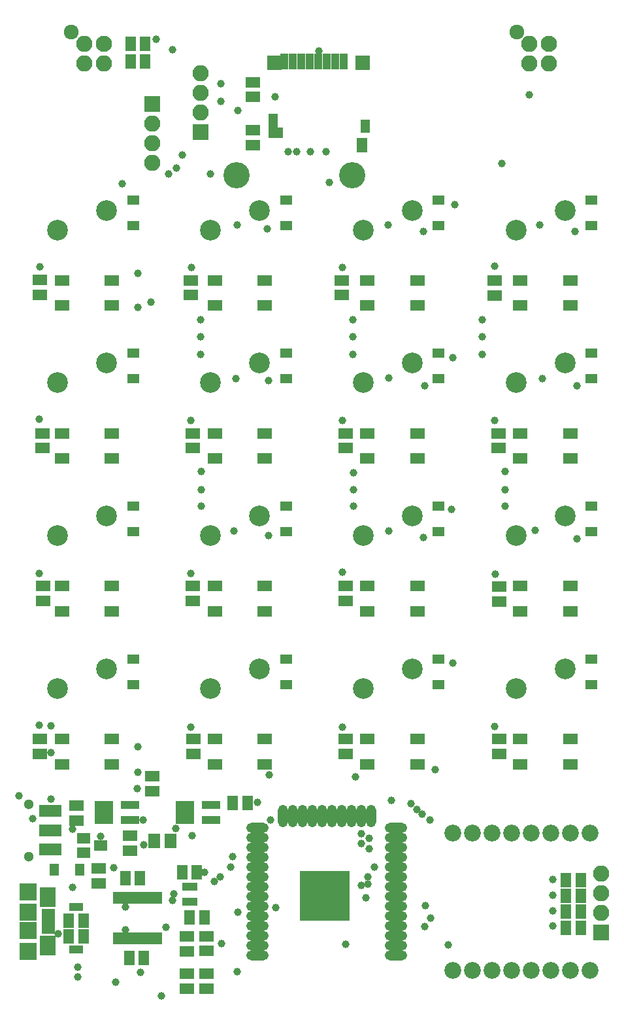
<source format=gbs>
G04 #@! TF.GenerationSoftware,KiCad,Pcbnew,(5.0.0-rc2-dev-321-g78161b592)*
G04 #@! TF.CreationDate,2018-06-16T00:09:48-06:00*
G04 #@! TF.ProjectId,KeyGridBadge,4B65794772696442616467652E6B6963,rev?*
G04 #@! TF.SameCoordinates,Original*
G04 #@! TF.FileFunction,Soldermask,Bot*
G04 #@! TF.FilePolarity,Negative*
%FSLAX46Y46*%
G04 Gerber Fmt 4.6, Leading zero omitted, Abs format (unit mm)*
G04 Created by KiCad (PCBNEW (5.0.0-rc2-dev-321-g78161b592)) date 06/16/18 00:09:48*
%MOMM*%
%LPD*%
G01*
G04 APERTURE LIST*
%ADD10C,3.400000*%
%ADD11O,2.900000X1.300000*%
%ADD12O,1.300000X2.900000*%
%ADD13R,6.400000X6.400000*%
%ADD14R,1.900000X1.400000*%
%ADD15C,2.686000*%
%ADD16O,2.100000X2.100000*%
%ADD17R,2.100000X2.100000*%
%ADD18R,1.900000X1.370000*%
%ADD19R,1.370000X1.900000*%
%ADD20R,1.600000X1.300000*%
%ADD21R,1.750000X0.800000*%
%ADD22R,2.300000X2.300000*%
%ADD23R,2.000000X2.500000*%
%ADD24R,1.100176X2.150440*%
%ADD25R,1.101191X2.152980*%
%ADD26R,1.100643X2.151610*%
%ADD27R,1.100871X2.152180*%
%ADD28R,1.100982X2.152460*%
%ADD29R,1.100174X2.150430*%
%ADD30R,1.100710X2.151770*%
%ADD31R,1.101055X2.152640*%
%ADD32R,1.900920X1.900920*%
%ADD33R,1.901800X1.901800*%
%ADD34R,1.200585X1.901100*%
%ADD35R,1.200364X1.800640*%
%ADD36R,1.900010X1.400010*%
%ADD37R,1.401290X1.901930*%
%ADD38R,0.800000X1.050000*%
%ADD39R,1.800000X1.400000*%
%ADD40C,1.924000*%
%ADD41C,2.100000*%
%ADD42R,0.800000X1.600000*%
%ADD43R,2.900000X1.650000*%
%ADD44C,1.300000*%
%ADD45R,0.975000X1.050000*%
%ADD46R,1.300000X1.600000*%
%ADD47R,2.400000X1.050000*%
%ADD48C,2.178000*%
%ADD49R,1.545000X1.900000*%
%ADD50C,1.000000*%
G04 APERTURE END LIST*
D10*
X107790000Y-58750000D03*
X92790000Y-58750000D03*
D11*
X113480000Y-159780000D03*
X113480000Y-158510000D03*
X113480000Y-157240000D03*
X113480000Y-155970000D03*
X113480000Y-154700000D03*
X113480000Y-153430000D03*
X113480000Y-152160000D03*
X113480000Y-150890000D03*
X113480000Y-149620000D03*
X113480000Y-148350000D03*
X113480000Y-147080000D03*
X113480000Y-145810000D03*
X113480000Y-144540000D03*
X113480000Y-143270000D03*
D12*
X110195000Y-141780000D03*
X108925000Y-141780000D03*
X107655000Y-141780000D03*
X106385000Y-141780000D03*
X105115000Y-141780000D03*
X103845000Y-141780000D03*
X102575000Y-141780000D03*
X101305000Y-141780000D03*
X100035000Y-141780000D03*
X98765000Y-141780000D03*
D11*
X95480000Y-143270000D03*
X95480000Y-144540000D03*
X95480000Y-145810000D03*
X95480000Y-147080000D03*
X95480000Y-148350000D03*
X95480000Y-149620000D03*
X95480000Y-150890000D03*
X95480000Y-152160000D03*
X95480000Y-153430000D03*
X95480000Y-154700000D03*
X95480000Y-155970000D03*
X95480000Y-157240000D03*
X95480000Y-158510000D03*
X95480000Y-159780000D03*
D13*
X104180000Y-152080000D03*
D14*
X129550000Y-95450000D03*
X129550000Y-92200000D03*
X136050000Y-95450000D03*
X136050000Y-92200000D03*
D15*
X135340000Y-83120000D03*
X128990000Y-85660000D03*
D16*
X81860000Y-57170000D03*
X81860000Y-54630000D03*
X81860000Y-52090000D03*
D17*
X81860000Y-49550000D03*
D14*
X129550000Y-115250000D03*
X129550000Y-112000000D03*
X136050000Y-115250000D03*
X136050000Y-112000000D03*
D15*
X135340000Y-102920000D03*
X128990000Y-105460000D03*
X128990000Y-65860000D03*
X135340000Y-63320000D03*
D14*
X136050000Y-72400000D03*
X136050000Y-75650000D03*
X129550000Y-72400000D03*
X129550000Y-75650000D03*
D15*
X128990000Y-125260000D03*
X135340000Y-122720000D03*
D14*
X136050000Y-131800000D03*
X136050000Y-135050000D03*
X129550000Y-131800000D03*
X129550000Y-135050000D03*
X89950000Y-75650000D03*
X89950000Y-72400000D03*
X96450000Y-75650000D03*
X96450000Y-72400000D03*
D15*
X95740000Y-63320000D03*
X89390000Y-65860000D03*
D18*
X67260000Y-74285000D03*
X67260000Y-72375000D03*
X86870000Y-74325000D03*
X86870000Y-72415000D03*
X106430000Y-72405000D03*
X106430000Y-74315000D03*
X126230000Y-72435000D03*
X126230000Y-74345000D03*
X67650000Y-92195000D03*
X67650000Y-94105000D03*
X87100000Y-92195000D03*
X87100000Y-94105000D03*
X106910000Y-94115000D03*
X106910000Y-92205000D03*
X126770000Y-94115000D03*
X126770000Y-92205000D03*
X67720000Y-113905000D03*
X67720000Y-111995000D03*
X87100000Y-111995000D03*
X87100000Y-113905000D03*
X106910000Y-113905000D03*
X106910000Y-111995000D03*
X126840000Y-112045000D03*
X126840000Y-113955000D03*
X67310000Y-133715000D03*
X67310000Y-131805000D03*
X87160000Y-131805000D03*
X87160000Y-133715000D03*
X106920000Y-133715000D03*
X106920000Y-131805000D03*
X126830000Y-131805000D03*
X126830000Y-133715000D03*
D19*
X78865000Y-160150000D03*
X80775000Y-160150000D03*
D18*
X86340000Y-164075000D03*
X86340000Y-162165000D03*
X88920000Y-159245000D03*
X88920000Y-157335000D03*
X88920000Y-162165000D03*
X88920000Y-164075000D03*
X94860000Y-48665000D03*
X94860000Y-46755000D03*
D19*
X78355000Y-149810000D03*
X80265000Y-149810000D03*
D20*
X79390000Y-62010000D03*
X79390000Y-65310000D03*
X99190000Y-65310000D03*
X99190000Y-62010000D03*
X118980000Y-65310000D03*
X118980000Y-62010000D03*
X138790000Y-65310000D03*
X138790000Y-62010000D03*
X79390000Y-81810000D03*
X79390000Y-85110000D03*
X99190000Y-85110000D03*
X99190000Y-81810000D03*
X118980000Y-81810000D03*
X118980000Y-85110000D03*
X138790000Y-81810000D03*
X138790000Y-85110000D03*
X79390000Y-101610000D03*
X79390000Y-104910000D03*
X99190000Y-104910000D03*
X99190000Y-101610000D03*
X118980000Y-101610000D03*
X118980000Y-104910000D03*
X138790000Y-104910000D03*
X138790000Y-101610000D03*
X79390000Y-124720000D03*
X79390000Y-121420000D03*
X99190000Y-121420000D03*
X99190000Y-124720000D03*
X118980000Y-124720000D03*
X118980000Y-121420000D03*
X138790000Y-121420000D03*
X138790000Y-124720000D03*
D21*
X68400000Y-156700000D03*
X68400000Y-156050000D03*
X68400000Y-155400000D03*
X68400000Y-154750000D03*
X68400000Y-154100000D03*
D22*
X65750000Y-156600000D03*
X65750000Y-154200000D03*
X65750000Y-159250000D03*
D23*
X68300000Y-158500000D03*
X68300000Y-152300000D03*
D22*
X65750000Y-151550000D03*
D17*
X140060000Y-156870000D03*
D16*
X140060000Y-154330000D03*
X140060000Y-151790000D03*
X140060000Y-149250000D03*
D24*
X106675000Y-44062000D03*
D25*
X105575000Y-44062000D03*
D26*
X104475000Y-44062000D03*
D27*
X103375000Y-44062000D03*
D28*
X102275000Y-44062000D03*
D29*
X101175000Y-44062000D03*
D30*
X100075000Y-44062000D03*
D31*
X98975000Y-44062000D03*
D32*
X97675000Y-44187000D03*
D33*
X109125000Y-44187000D03*
D34*
X97500000Y-51787000D03*
D35*
X109450000Y-52437000D03*
D36*
X97855000Y-53287000D03*
D37*
X109050000Y-54887000D03*
D38*
X87380000Y-152840000D03*
X86080000Y-152840000D03*
X86730000Y-150940000D03*
X86730000Y-152840000D03*
X86080000Y-150940000D03*
X87380000Y-150940000D03*
D39*
X73000000Y-146530000D03*
X73000000Y-144630000D03*
X75200000Y-145580000D03*
D19*
X79045000Y-44100000D03*
X80955000Y-44100000D03*
X80955000Y-41800000D03*
X79045000Y-41800000D03*
X72975000Y-157360000D03*
X71065000Y-157360000D03*
X71065000Y-155300000D03*
X72975000Y-155300000D03*
X135485000Y-156230000D03*
X137395000Y-156230000D03*
X137395000Y-154163332D03*
X135485000Y-154163332D03*
X135485000Y-152096666D03*
X137395000Y-152096666D03*
X137395000Y-150030000D03*
X135485000Y-150030000D03*
D18*
X86340000Y-157340000D03*
X86340000Y-159250000D03*
D19*
X88595000Y-154880000D03*
X86685000Y-154880000D03*
X85715000Y-149040000D03*
X87625000Y-149040000D03*
D18*
X74890000Y-148535000D03*
X74890000Y-150445000D03*
X94920000Y-52975000D03*
X94920000Y-54885000D03*
D40*
X129096780Y-40223780D03*
D41*
X133270000Y-41730000D03*
D16*
X133270000Y-44270000D03*
X130730000Y-41730000D03*
X130730000Y-44270000D03*
X73030000Y-44270000D03*
X73030000Y-41730000D03*
X75570000Y-44270000D03*
D41*
X75570000Y-41730000D03*
D40*
X71396780Y-40223780D03*
D42*
X77102500Y-152380000D03*
X77737500Y-152380000D03*
X78372500Y-152380000D03*
X79007500Y-152380000D03*
X79642500Y-152380000D03*
X80277500Y-152380000D03*
X80912500Y-152380000D03*
X81547500Y-152380000D03*
X82182500Y-152380000D03*
X82817500Y-152380000D03*
X82817500Y-157580000D03*
X82182500Y-157580000D03*
X81547500Y-157580000D03*
X80912500Y-157580000D03*
X80277500Y-157580000D03*
X79642500Y-157580000D03*
X79007500Y-157580000D03*
X78372500Y-157580000D03*
X77737500Y-157580000D03*
X77102500Y-157580000D03*
D14*
X70150000Y-75650000D03*
X70150000Y-72400000D03*
X76650000Y-75650000D03*
X76650000Y-72400000D03*
D15*
X75940000Y-63320000D03*
X69590000Y-65860000D03*
X109190000Y-65860000D03*
X115540000Y-63320000D03*
D14*
X116250000Y-72400000D03*
X116250000Y-75650000D03*
X109750000Y-72400000D03*
X109750000Y-75650000D03*
X70150000Y-95450000D03*
X70150000Y-92200000D03*
X76650000Y-95450000D03*
X76650000Y-92200000D03*
D15*
X75940000Y-83120000D03*
X69590000Y-85660000D03*
D14*
X89950000Y-95450000D03*
X89950000Y-92200000D03*
X96450000Y-95450000D03*
X96450000Y-92200000D03*
D15*
X95740000Y-83120000D03*
X89390000Y-85660000D03*
X109190000Y-85660000D03*
X115540000Y-83120000D03*
D14*
X116250000Y-92200000D03*
X116250000Y-95450000D03*
X109750000Y-92200000D03*
X109750000Y-95450000D03*
D15*
X69590000Y-105460000D03*
X75940000Y-102920000D03*
D14*
X76650000Y-112000000D03*
X76650000Y-115250000D03*
X70150000Y-112000000D03*
X70150000Y-115250000D03*
X89950000Y-115250000D03*
X89950000Y-112000000D03*
X96450000Y-115250000D03*
X96450000Y-112000000D03*
D15*
X95740000Y-102920000D03*
X89390000Y-105460000D03*
X109190000Y-105460000D03*
X115540000Y-102920000D03*
D14*
X116250000Y-112000000D03*
X116250000Y-115250000D03*
X109750000Y-112000000D03*
X109750000Y-115250000D03*
D15*
X69590000Y-125260000D03*
X75940000Y-122720000D03*
D14*
X76650000Y-131800000D03*
X76650000Y-135050000D03*
X70150000Y-131800000D03*
X70150000Y-135050000D03*
X89950000Y-135050000D03*
X89950000Y-131800000D03*
X96450000Y-135050000D03*
X96450000Y-131800000D03*
D15*
X95740000Y-122720000D03*
X89390000Y-125260000D03*
X109190000Y-125260000D03*
X115540000Y-122720000D03*
D14*
X116250000Y-131800000D03*
X116250000Y-135050000D03*
X109750000Y-131800000D03*
X109750000Y-135050000D03*
D17*
X88130000Y-53190000D03*
D16*
X88130000Y-50650000D03*
X88130000Y-48110000D03*
X88130000Y-45570000D03*
D43*
X68650000Y-146100000D03*
X68650000Y-143600000D03*
X68650000Y-141100000D03*
D44*
X65900000Y-147000000D03*
X65900000Y-140200000D03*
D18*
X72050000Y-142355000D03*
X72050000Y-140445000D03*
D45*
X71622500Y-159060000D03*
X72397500Y-159060000D03*
X72397500Y-153570000D03*
X71622500Y-153570000D03*
D19*
X94195000Y-140070000D03*
X92285000Y-140070000D03*
D18*
X81820000Y-136625000D03*
X81820000Y-138535000D03*
X78990000Y-144305000D03*
X78990000Y-146215000D03*
D46*
X72440000Y-148740000D03*
X69140000Y-148740000D03*
D47*
X79000000Y-142240000D03*
X79000000Y-140340000D03*
X75580000Y-140340000D03*
X75580000Y-141290000D03*
X75580000Y-142240000D03*
D48*
X120800000Y-143930000D03*
X123340000Y-143930000D03*
X125880000Y-143930000D03*
X128420000Y-143930000D03*
X130960000Y-143930000D03*
X133500000Y-143930000D03*
X136040000Y-143930000D03*
X138580000Y-143930000D03*
X120800000Y-161710000D03*
X123340000Y-161710000D03*
X125880000Y-161710000D03*
X128420000Y-161710000D03*
X130960000Y-161710000D03*
X133500000Y-161710000D03*
X136040000Y-161710000D03*
X138580000Y-161710000D03*
D47*
X86080000Y-142260000D03*
X86080000Y-141310000D03*
X86080000Y-140360000D03*
X89500000Y-140360000D03*
X89500000Y-142260000D03*
D49*
X82137500Y-144960000D03*
X84222500Y-144960000D03*
D50*
X90780000Y-46910000D03*
X90750000Y-49230000D03*
X79980000Y-75880000D03*
X79980000Y-71510000D03*
X97200000Y-142240000D03*
X96980000Y-136390000D03*
X95500000Y-140000000D03*
X79980000Y-132780000D03*
X79970000Y-136080000D03*
X68760000Y-139590000D03*
X66360000Y-142140000D03*
X68750000Y-133550000D03*
X68750000Y-133550000D03*
X68750000Y-130040000D03*
X127560000Y-99550000D03*
X107960000Y-99540000D03*
X88250000Y-99540000D03*
X88140000Y-82000000D03*
X124590000Y-82020000D03*
X107830000Y-81980000D03*
X96800000Y-65730000D03*
X88140000Y-79690000D03*
X107830000Y-79710000D03*
X117020000Y-66070000D03*
X124590000Y-79710000D03*
X136670000Y-66040000D03*
X132080000Y-65190000D03*
X124580000Y-77530000D03*
X112430000Y-65220000D03*
X107820000Y-77520000D03*
X92860000Y-65220000D03*
X88140000Y-77460000D03*
X107930000Y-101610000D03*
X127560000Y-101620000D03*
X117140000Y-86050000D03*
X136920000Y-86030000D03*
X132370000Y-85150000D03*
X127560000Y-97180000D03*
X112520000Y-85070000D03*
X107930000Y-97310000D03*
X96970000Y-85380000D03*
X92680000Y-85110000D03*
X88240000Y-101670000D03*
X88240000Y-97160000D03*
X96900000Y-105430000D03*
X92450000Y-104820000D03*
X116960000Y-105670000D03*
X112480000Y-104840000D03*
X136920000Y-105830000D03*
X131480000Y-104780000D03*
X112880000Y-139700000D03*
X108150000Y-136690000D03*
X118490000Y-135750000D03*
X92830000Y-161930000D03*
X90800000Y-158240000D03*
X130750000Y-48360000D03*
X103410000Y-42730000D03*
X64560000Y-139180000D03*
X79930000Y-138230000D03*
X80710000Y-142240000D03*
X69690000Y-156980000D03*
X71540000Y-150990000D03*
X72170000Y-161350000D03*
X84950000Y-143380000D03*
X81660000Y-75180000D03*
X87060000Y-144300000D03*
X92940000Y-50390000D03*
X84520000Y-42510000D03*
X78000000Y-59850000D03*
X75140000Y-144400000D03*
X80760000Y-145470000D03*
X71540000Y-143450000D03*
X83080000Y-165030000D03*
X82350000Y-41160000D03*
X97780000Y-48670000D03*
X67220000Y-130030000D03*
X67220000Y-110330000D03*
X67240000Y-90350000D03*
X67270000Y-70620000D03*
X86840000Y-130240000D03*
X86840000Y-110310000D03*
X86840000Y-90540000D03*
X86940000Y-70760000D03*
X106520000Y-130220000D03*
X106540000Y-110200000D03*
X106480000Y-90530000D03*
X106460000Y-70700000D03*
X126240000Y-130130000D03*
X126290000Y-110410000D03*
X126230000Y-90540000D03*
X126230000Y-70600000D03*
X80330000Y-162000000D03*
X83610000Y-156130000D03*
X84490000Y-152670000D03*
X78430000Y-153500000D03*
X78420000Y-156460000D03*
X117820000Y-142300000D03*
X121070000Y-62630000D03*
X116790000Y-141520000D03*
X120840000Y-82450000D03*
X116130000Y-140920000D03*
X120620000Y-102020000D03*
X115360000Y-140120000D03*
X120770000Y-121960000D03*
X110660000Y-148330000D03*
X104350000Y-55740000D03*
X106880000Y-158320000D03*
X102380000Y-55740000D03*
X109780000Y-149620000D03*
X100600000Y-55730000D03*
X109780000Y-150580000D03*
X99430000Y-55720000D03*
X97870000Y-153610000D03*
X92930000Y-154180000D03*
X85750000Y-56200000D03*
X92300000Y-147000000D03*
X127190000Y-57240000D03*
X85020000Y-57840000D03*
X104800000Y-59750000D03*
X92030000Y-148370000D03*
X90660000Y-149610000D03*
X83960000Y-58610000D03*
X89390000Y-58610000D03*
X89930000Y-150250000D03*
X72210000Y-162630000D03*
X117140000Y-156070000D03*
X76900000Y-148430000D03*
X77100000Y-163300000D03*
X117950000Y-154980000D03*
X120210000Y-158420000D03*
X108940000Y-150770000D03*
X117280000Y-153370000D03*
X109570000Y-152350000D03*
X88620000Y-149030000D03*
X84650000Y-151820000D03*
X109990000Y-146020000D03*
X133770000Y-156010000D03*
X108980000Y-145360000D03*
X133793334Y-154016666D03*
X109990000Y-144670000D03*
X133780000Y-152010000D03*
X108980000Y-144010000D03*
X133790000Y-149960000D03*
M02*

</source>
